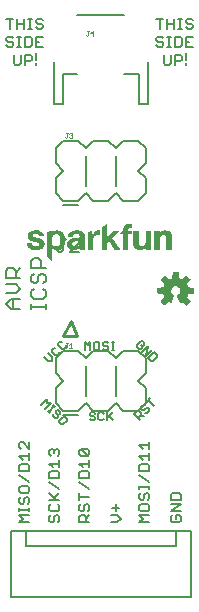
<source format=gbr>
G04 EAGLE Gerber RS-274X export*
G75*
%MOMM*%
%FSLAX34Y34*%
%LPD*%
%INSilkscreen Top*%
%IPPOS*%
%AMOC8*
5,1,8,0,0,1.08239X$1,22.5*%
G01*
%ADD10C,0.152400*%
%ADD11C,0.254000*%
%ADD12C,0.127000*%
%ADD13C,0.203200*%
%ADD14C,0.025400*%

G36*
X161720Y254146D02*
X161720Y254146D01*
X161828Y254156D01*
X161841Y254162D01*
X161855Y254164D01*
X161952Y254212D01*
X162051Y254257D01*
X162064Y254268D01*
X162073Y254272D01*
X162088Y254288D01*
X162165Y254350D01*
X164750Y256935D01*
X164813Y257024D01*
X164879Y257109D01*
X164884Y257122D01*
X164892Y257134D01*
X164923Y257237D01*
X164959Y257340D01*
X164959Y257354D01*
X164963Y257367D01*
X164959Y257475D01*
X164960Y257584D01*
X164955Y257597D01*
X164955Y257611D01*
X164917Y257713D01*
X164882Y257815D01*
X164873Y257830D01*
X164869Y257839D01*
X164855Y257856D01*
X164801Y257938D01*
X162037Y261328D01*
X162594Y262410D01*
X162600Y262430D01*
X162642Y262525D01*
X163013Y263684D01*
X167364Y264127D01*
X167468Y264155D01*
X167574Y264180D01*
X167586Y264187D01*
X167599Y264190D01*
X167689Y264251D01*
X167782Y264308D01*
X167790Y264319D01*
X167802Y264327D01*
X167868Y264413D01*
X167937Y264497D01*
X167941Y264510D01*
X167950Y264521D01*
X167984Y264624D01*
X168023Y264725D01*
X168024Y264743D01*
X168028Y264752D01*
X168028Y264774D01*
X168037Y264872D01*
X168037Y268528D01*
X168020Y268635D01*
X168006Y268743D01*
X168000Y268755D01*
X167998Y268769D01*
X167946Y268865D01*
X167899Y268962D01*
X167889Y268972D01*
X167883Y268984D01*
X167803Y269058D01*
X167727Y269135D01*
X167715Y269141D01*
X167705Y269151D01*
X167606Y269196D01*
X167509Y269244D01*
X167491Y269248D01*
X167482Y269252D01*
X167461Y269254D01*
X167364Y269273D01*
X163013Y269716D01*
X162642Y270875D01*
X162633Y270892D01*
X162631Y270900D01*
X162627Y270907D01*
X162594Y270990D01*
X162037Y272072D01*
X164801Y275462D01*
X164855Y275556D01*
X164912Y275648D01*
X164915Y275661D01*
X164922Y275673D01*
X164943Y275780D01*
X164968Y275885D01*
X164966Y275899D01*
X164969Y275913D01*
X164954Y276020D01*
X164944Y276128D01*
X164938Y276141D01*
X164936Y276155D01*
X164888Y276252D01*
X164843Y276351D01*
X164832Y276364D01*
X164828Y276373D01*
X164812Y276388D01*
X164750Y276465D01*
X162165Y279050D01*
X162076Y279113D01*
X161991Y279179D01*
X161978Y279184D01*
X161966Y279192D01*
X161863Y279223D01*
X161760Y279259D01*
X161746Y279259D01*
X161733Y279263D01*
X161625Y279259D01*
X161516Y279260D01*
X161503Y279255D01*
X161489Y279255D01*
X161387Y279217D01*
X161285Y279182D01*
X161270Y279173D01*
X161261Y279169D01*
X161244Y279155D01*
X161162Y279101D01*
X157772Y276337D01*
X156690Y276894D01*
X156670Y276900D01*
X156575Y276942D01*
X155416Y277313D01*
X154973Y281664D01*
X154945Y281768D01*
X154920Y281874D01*
X154913Y281886D01*
X154910Y281899D01*
X154849Y281989D01*
X154792Y282082D01*
X154781Y282090D01*
X154773Y282102D01*
X154687Y282168D01*
X154603Y282237D01*
X154590Y282241D01*
X154579Y282250D01*
X154476Y282284D01*
X154375Y282323D01*
X154357Y282324D01*
X154348Y282328D01*
X154326Y282328D01*
X154228Y282337D01*
X150572Y282337D01*
X150465Y282320D01*
X150357Y282306D01*
X150345Y282300D01*
X150331Y282298D01*
X150235Y282246D01*
X150138Y282199D01*
X150128Y282189D01*
X150116Y282183D01*
X150042Y282103D01*
X149965Y282027D01*
X149959Y282015D01*
X149949Y282005D01*
X149904Y281906D01*
X149856Y281809D01*
X149852Y281791D01*
X149848Y281782D01*
X149846Y281761D01*
X149827Y281664D01*
X149384Y277313D01*
X148225Y276942D01*
X148207Y276932D01*
X148110Y276894D01*
X147028Y276337D01*
X143638Y279101D01*
X143544Y279155D01*
X143452Y279212D01*
X143439Y279215D01*
X143427Y279222D01*
X143320Y279243D01*
X143215Y279268D01*
X143201Y279266D01*
X143187Y279269D01*
X143080Y279254D01*
X142972Y279244D01*
X142959Y279238D01*
X142946Y279236D01*
X142848Y279188D01*
X142749Y279143D01*
X142736Y279132D01*
X142727Y279128D01*
X142712Y279112D01*
X142635Y279050D01*
X140050Y276465D01*
X139987Y276376D01*
X139921Y276291D01*
X139916Y276278D01*
X139908Y276266D01*
X139877Y276163D01*
X139841Y276060D01*
X139841Y276046D01*
X139837Y276033D01*
X139841Y275925D01*
X139840Y275816D01*
X139845Y275803D01*
X139845Y275789D01*
X139883Y275687D01*
X139918Y275585D01*
X139927Y275570D01*
X139931Y275561D01*
X139945Y275544D01*
X139999Y275462D01*
X142763Y272072D01*
X142206Y270990D01*
X142200Y270970D01*
X142158Y270875D01*
X141787Y269716D01*
X137436Y269273D01*
X137332Y269245D01*
X137226Y269220D01*
X137214Y269213D01*
X137201Y269210D01*
X137111Y269149D01*
X137018Y269092D01*
X137010Y269081D01*
X136998Y269073D01*
X136932Y268987D01*
X136864Y268903D01*
X136859Y268890D01*
X136850Y268879D01*
X136816Y268776D01*
X136777Y268675D01*
X136776Y268657D01*
X136772Y268648D01*
X136773Y268626D01*
X136763Y268528D01*
X136763Y264872D01*
X136780Y264765D01*
X136794Y264657D01*
X136800Y264645D01*
X136802Y264631D01*
X136854Y264535D01*
X136901Y264438D01*
X136911Y264428D01*
X136917Y264416D01*
X136997Y264342D01*
X137073Y264265D01*
X137085Y264259D01*
X137096Y264249D01*
X137194Y264204D01*
X137291Y264156D01*
X137309Y264152D01*
X137318Y264148D01*
X137339Y264146D01*
X137436Y264127D01*
X141787Y263684D01*
X142158Y262525D01*
X142168Y262507D01*
X142206Y262410D01*
X142763Y261328D01*
X139999Y257938D01*
X139945Y257844D01*
X139888Y257752D01*
X139885Y257739D01*
X139878Y257727D01*
X139857Y257620D01*
X139832Y257515D01*
X139834Y257501D01*
X139831Y257487D01*
X139846Y257380D01*
X139856Y257272D01*
X139862Y257259D01*
X139864Y257246D01*
X139912Y257148D01*
X139957Y257049D01*
X139968Y257036D01*
X139972Y257027D01*
X139988Y257012D01*
X140050Y256935D01*
X142635Y254350D01*
X142724Y254287D01*
X142809Y254221D01*
X142822Y254216D01*
X142834Y254208D01*
X142937Y254177D01*
X143040Y254141D01*
X143054Y254141D01*
X143067Y254137D01*
X143175Y254141D01*
X143284Y254140D01*
X143297Y254145D01*
X143311Y254145D01*
X143413Y254183D01*
X143515Y254218D01*
X143530Y254227D01*
X143539Y254231D01*
X143556Y254245D01*
X143638Y254299D01*
X147028Y257063D01*
X148110Y256506D01*
X148163Y256489D01*
X148212Y256463D01*
X148278Y256452D01*
X148342Y256431D01*
X148398Y256432D01*
X148452Y256423D01*
X148519Y256434D01*
X148586Y256435D01*
X148638Y256453D01*
X148693Y256462D01*
X148753Y256494D01*
X148816Y256517D01*
X148859Y256551D01*
X148909Y256577D01*
X148955Y256626D01*
X149007Y256668D01*
X149038Y256715D01*
X149076Y256755D01*
X149132Y256860D01*
X149140Y256873D01*
X149141Y256878D01*
X149145Y256885D01*
X151298Y262082D01*
X151318Y262166D01*
X151323Y262178D01*
X151325Y262194D01*
X151350Y262280D01*
X151349Y262300D01*
X151354Y262320D01*
X151346Y262402D01*
X151347Y262421D01*
X151343Y262441D01*
X151339Y262524D01*
X151332Y262543D01*
X151330Y262563D01*
X151298Y262632D01*
X151292Y262659D01*
X151277Y262683D01*
X151250Y262752D01*
X151237Y262767D01*
X151229Y262785D01*
X151184Y262834D01*
X151164Y262866D01*
X151132Y262892D01*
X151093Y262938D01*
X151072Y262953D01*
X151062Y262963D01*
X151041Y262975D01*
X150978Y263019D01*
X150975Y263021D01*
X150974Y263021D01*
X150972Y263023D01*
X150088Y263518D01*
X149409Y264145D01*
X148895Y264914D01*
X148575Y265782D01*
X148467Y266699D01*
X148580Y267634D01*
X148911Y268515D01*
X149443Y269292D01*
X150144Y269921D01*
X150974Y270364D01*
X151886Y270598D01*
X152828Y270608D01*
X153744Y270394D01*
X154584Y269969D01*
X155298Y269356D01*
X155847Y268591D01*
X156198Y267717D01*
X156331Y266785D01*
X156239Y265848D01*
X155927Y264960D01*
X155412Y264172D01*
X154725Y263528D01*
X153826Y263022D01*
X153786Y262989D01*
X153744Y262967D01*
X153713Y262934D01*
X153665Y262899D01*
X153652Y262882D01*
X153636Y262869D01*
X153601Y262815D01*
X153577Y262789D01*
X153564Y262758D01*
X153522Y262701D01*
X153516Y262681D01*
X153505Y262663D01*
X153487Y262590D01*
X153477Y262567D01*
X153474Y262543D01*
X153451Y262468D01*
X153452Y262447D01*
X153447Y262426D01*
X153454Y262342D01*
X153453Y262324D01*
X153456Y262308D01*
X153459Y262224D01*
X153467Y262198D01*
X153468Y262183D01*
X153478Y262161D01*
X153502Y262082D01*
X153810Y261337D01*
X153811Y261337D01*
X154121Y260588D01*
X154431Y259839D01*
X154431Y259838D01*
X154742Y259090D01*
X154742Y259089D01*
X155052Y258340D01*
X155362Y257591D01*
X155363Y257591D01*
X155655Y256885D01*
X155684Y256838D01*
X155705Y256786D01*
X155748Y256735D01*
X155784Y256678D01*
X155827Y256643D01*
X155863Y256600D01*
X155920Y256566D01*
X155972Y256523D01*
X156024Y256504D01*
X156072Y256475D01*
X156138Y256461D01*
X156201Y256437D01*
X156256Y256435D01*
X156310Y256424D01*
X156377Y256431D01*
X156444Y256429D01*
X156498Y256445D01*
X156553Y256452D01*
X156664Y256496D01*
X156678Y256500D01*
X156682Y256503D01*
X156690Y256506D01*
X157772Y257063D01*
X161162Y254299D01*
X161256Y254245D01*
X161348Y254188D01*
X161361Y254185D01*
X161373Y254178D01*
X161480Y254157D01*
X161585Y254132D01*
X161599Y254134D01*
X161613Y254131D01*
X161720Y254146D01*
G37*
G36*
X47377Y292153D02*
X47377Y292153D01*
X47380Y292152D01*
X47422Y292173D01*
X47464Y292193D01*
X47465Y292195D01*
X47467Y292196D01*
X47474Y292218D01*
X47497Y292278D01*
X47497Y303382D01*
X47498Y303380D01*
X48018Y302664D01*
X48029Y302657D01*
X48036Y302644D01*
X48696Y302054D01*
X48708Y302050D01*
X48718Y302039D01*
X49487Y301602D01*
X49500Y301600D01*
X49512Y301591D01*
X50356Y301327D01*
X50367Y301328D01*
X50378Y301322D01*
X51595Y301167D01*
X51604Y301169D01*
X51613Y301166D01*
X52840Y301183D01*
X52848Y301186D01*
X52858Y301184D01*
X54070Y301373D01*
X54079Y301378D01*
X54090Y301378D01*
X55009Y301672D01*
X55017Y301679D01*
X55029Y301681D01*
X55885Y302127D01*
X55891Y302135D01*
X55903Y302138D01*
X56671Y302723D01*
X56676Y302732D01*
X56687Y302737D01*
X57344Y303444D01*
X57348Y303454D01*
X57358Y303461D01*
X58130Y304646D01*
X58132Y304656D01*
X58140Y304665D01*
X58696Y305965D01*
X58696Y305976D01*
X58703Y305986D01*
X59026Y307362D01*
X59024Y307373D01*
X59029Y307384D01*
X59147Y309599D01*
X59143Y309610D01*
X59146Y309622D01*
X58863Y311822D01*
X58858Y311832D01*
X58858Y311844D01*
X58184Y313957D01*
X58176Y313967D01*
X58174Y313980D01*
X57595Y315021D01*
X57584Y315029D01*
X57579Y315043D01*
X56787Y315933D01*
X56778Y315938D01*
X56771Y315948D01*
X55947Y316601D01*
X55939Y316603D01*
X55933Y316610D01*
X55031Y317151D01*
X55021Y317153D01*
X55012Y317161D01*
X53988Y317561D01*
X53975Y317561D01*
X53963Y317568D01*
X52878Y317751D01*
X52867Y317749D01*
X52855Y317753D01*
X50874Y317728D01*
X50863Y317723D01*
X50850Y317726D01*
X50368Y317624D01*
X50359Y317617D01*
X50347Y317617D01*
X49026Y317084D01*
X49019Y317077D01*
X49009Y317076D01*
X48615Y316843D01*
X48608Y316834D01*
X48596Y316829D01*
X48253Y316528D01*
X48250Y316522D01*
X48243Y316519D01*
X47354Y315554D01*
X47354Y315553D01*
X47353Y315552D01*
X47219Y315403D01*
X47243Y317320D01*
X47237Y317335D01*
X47240Y317349D01*
X47220Y317378D01*
X47206Y317412D01*
X47192Y317417D01*
X47183Y317430D01*
X47142Y317437D01*
X47115Y317448D01*
X47105Y317444D01*
X47094Y317446D01*
X43208Y316710D01*
X43174Y316688D01*
X43138Y316671D01*
X43134Y316661D01*
X43126Y316655D01*
X43120Y316626D01*
X43105Y316586D01*
X43105Y296012D01*
X43107Y296006D01*
X43105Y295999D01*
X43134Y295942D01*
X43143Y295921D01*
X43145Y295920D01*
X43146Y295918D01*
X47286Y292184D01*
X47331Y292169D01*
X47375Y292152D01*
X47377Y292153D01*
G37*
G36*
X66564Y301135D02*
X66564Y301135D01*
X66575Y301132D01*
X68193Y301373D01*
X68202Y301379D01*
X68215Y301378D01*
X69250Y301731D01*
X69259Y301738D01*
X69271Y301740D01*
X70222Y302280D01*
X70230Y302289D01*
X70242Y302294D01*
X71069Y302997D01*
X71093Y303013D01*
X71102Y303014D01*
X71110Y303012D01*
X71117Y303006D01*
X71126Y302983D01*
X71353Y301954D01*
X71355Y301951D01*
X71354Y301948D01*
X71430Y301668D01*
X71441Y301654D01*
X71445Y301635D01*
X71466Y301599D01*
X71490Y301582D01*
X71517Y301553D01*
X71554Y301534D01*
X71584Y301532D01*
X71622Y301521D01*
X71658Y301524D01*
X75692Y301524D01*
X75715Y301533D01*
X75740Y301533D01*
X75758Y301552D01*
X75783Y301562D01*
X75792Y301585D01*
X75809Y301603D01*
X75810Y301632D01*
X75818Y301654D01*
X75810Y301672D01*
X75810Y301694D01*
X75736Y301893D01*
X75387Y303188D01*
X75285Y304525D01*
X75310Y308863D01*
X75309Y308866D01*
X75310Y308868D01*
X75290Y308911D01*
X75277Y308944D01*
X75285Y308966D01*
X75285Y313792D01*
X75282Y313799D01*
X75284Y313808D01*
X75193Y314543D01*
X75186Y314556D01*
X75186Y314573D01*
X74919Y315264D01*
X74908Y315274D01*
X74904Y315291D01*
X74477Y315896D01*
X74464Y315904D01*
X74456Y315919D01*
X73894Y316402D01*
X73881Y316406D01*
X73871Y316417D01*
X72568Y317111D01*
X72556Y317112D01*
X72545Y317120D01*
X71131Y317545D01*
X71121Y317544D01*
X71112Y317549D01*
X69373Y317779D01*
X69365Y317777D01*
X69357Y317780D01*
X67603Y317788D01*
X67596Y317785D01*
X67587Y317788D01*
X65847Y317574D01*
X65839Y317570D01*
X65829Y317571D01*
X64600Y317237D01*
X64592Y317230D01*
X64581Y317230D01*
X63423Y316701D01*
X63415Y316692D01*
X63402Y316689D01*
X62585Y316115D01*
X62578Y316104D01*
X62565Y316098D01*
X61882Y315368D01*
X61879Y315359D01*
X61877Y315359D01*
X61875Y315354D01*
X61866Y315347D01*
X61347Y314494D01*
X61345Y314481D01*
X61335Y314470D01*
X61001Y313529D01*
X61002Y313516D01*
X60995Y313503D01*
X60873Y312612D01*
X60870Y312610D01*
X60869Y312610D01*
X60850Y312561D01*
X60834Y312518D01*
X60836Y312513D01*
X60869Y312435D01*
X60894Y312409D01*
X60934Y312391D01*
X60972Y312370D01*
X60978Y312372D01*
X60985Y312370D01*
X61025Y312387D01*
X61055Y312396D01*
X65202Y312396D01*
X65204Y312397D01*
X65206Y312396D01*
X65249Y312416D01*
X65293Y312434D01*
X65293Y312436D01*
X65295Y312437D01*
X65328Y312522D01*
X65328Y312565D01*
X65391Y313096D01*
X65575Y313591D01*
X65870Y314029D01*
X66260Y314385D01*
X66724Y314640D01*
X67285Y314805D01*
X67872Y314859D01*
X69227Y314809D01*
X69596Y314748D01*
X69942Y314620D01*
X70256Y314427D01*
X70509Y314193D01*
X70708Y313914D01*
X70847Y313600D01*
X70958Y313079D01*
X70958Y312548D01*
X70847Y312027D01*
X70805Y311930D01*
X70745Y311843D01*
X70461Y311582D01*
X70033Y311336D01*
X69564Y311171D01*
X68258Y310945D01*
X66052Y310717D01*
X66048Y310714D01*
X66043Y310715D01*
X64506Y310437D01*
X64498Y310433D01*
X64489Y310433D01*
X63004Y309949D01*
X62996Y309942D01*
X62984Y309941D01*
X62288Y309575D01*
X62280Y309565D01*
X62267Y309561D01*
X61657Y309063D01*
X61651Y309052D01*
X61641Y309046D01*
X61640Y309046D01*
X61639Y309045D01*
X61141Y308436D01*
X61137Y308423D01*
X61126Y308412D01*
X60697Y307550D01*
X60696Y307535D01*
X60687Y307521D01*
X60481Y306580D01*
X60483Y306567D01*
X60478Y306553D01*
X60475Y305492D01*
X60480Y305482D01*
X60477Y305469D01*
X60666Y304425D01*
X60672Y304416D01*
X60672Y304403D01*
X61045Y303410D01*
X61053Y303401D01*
X61055Y303389D01*
X61347Y302906D01*
X61356Y302899D01*
X61361Y302887D01*
X61738Y302467D01*
X61749Y302462D01*
X61756Y302451D01*
X62204Y302109D01*
X62217Y302105D01*
X62227Y302095D01*
X63496Y301489D01*
X63509Y301489D01*
X63522Y301480D01*
X64894Y301172D01*
X64906Y301174D01*
X64919Y301169D01*
X66554Y301131D01*
X66564Y301135D01*
G37*
G36*
X93931Y301398D02*
X93931Y301398D01*
X93933Y301397D01*
X93976Y301417D01*
X94020Y301435D01*
X94020Y301437D01*
X94022Y301438D01*
X94055Y301523D01*
X94055Y306931D01*
X95710Y308538D01*
X99943Y301560D01*
X99958Y301549D01*
X99966Y301532D01*
X100000Y301519D01*
X100023Y301502D01*
X100036Y301504D01*
X100050Y301499D01*
X105130Y301474D01*
X105166Y301489D01*
X105204Y301497D01*
X105210Y301507D01*
X105221Y301512D01*
X105236Y301548D01*
X105256Y301581D01*
X105253Y301593D01*
X105257Y301603D01*
X105245Y301631D01*
X105236Y301670D01*
X98639Y311565D01*
X104330Y317131D01*
X104331Y317132D01*
X104333Y317133D01*
X104350Y317178D01*
X104368Y317222D01*
X104368Y317223D01*
X104368Y317225D01*
X104348Y317268D01*
X104329Y317312D01*
X104328Y317313D01*
X104327Y317314D01*
X104242Y317347D01*
X99568Y317347D01*
X99565Y317346D01*
X99562Y317347D01*
X99479Y317310D01*
X94004Y311836D01*
X94004Y323266D01*
X93991Y323298D01*
X93986Y323332D01*
X93972Y323342D01*
X93966Y323357D01*
X93934Y323369D01*
X93905Y323389D01*
X93888Y323387D01*
X93874Y323392D01*
X93849Y323381D01*
X93815Y323376D01*
X89675Y321014D01*
X89663Y320997D01*
X89645Y320989D01*
X89632Y320957D01*
X89616Y320935D01*
X89618Y320920D01*
X89612Y320904D01*
X89612Y301574D01*
X89613Y301571D01*
X89612Y301568D01*
X89649Y301485D01*
X89700Y301434D01*
X89703Y301433D01*
X89704Y301430D01*
X89789Y301397D01*
X93929Y301397D01*
X93931Y301398D01*
G37*
G36*
X122858Y301123D02*
X122858Y301123D01*
X122865Y301126D01*
X122874Y301125D01*
X124352Y301348D01*
X124360Y301353D01*
X124370Y301352D01*
X124632Y301433D01*
X124640Y301439D01*
X124652Y301441D01*
X124897Y301563D01*
X124904Y301570D01*
X124914Y301573D01*
X125844Y302232D01*
X125849Y302240D01*
X125858Y302243D01*
X126685Y303028D01*
X126688Y303036D01*
X126697Y303041D01*
X127204Y303682D01*
X127204Y301625D01*
X127205Y301623D01*
X127204Y301621D01*
X127224Y301578D01*
X127242Y301534D01*
X127244Y301534D01*
X127245Y301532D01*
X127330Y301499D01*
X131343Y301499D01*
X131345Y301500D01*
X131347Y301499D01*
X131390Y301519D01*
X131434Y301537D01*
X131434Y301539D01*
X131436Y301540D01*
X131469Y301625D01*
X131469Y317246D01*
X131468Y317248D01*
X131469Y317250D01*
X131449Y317293D01*
X131431Y317337D01*
X131429Y317337D01*
X131428Y317339D01*
X131343Y317372D01*
X127127Y317372D01*
X127125Y317371D01*
X127123Y317372D01*
X127080Y317352D01*
X127036Y317334D01*
X127036Y317332D01*
X127034Y317331D01*
X127001Y317246D01*
X127001Y308944D01*
X126925Y307714D01*
X126700Y306510D01*
X126491Y305960D01*
X126164Y305475D01*
X125733Y305078D01*
X125223Y304790D01*
X124532Y304578D01*
X123811Y304511D01*
X123092Y304591D01*
X122403Y304814D01*
X122008Y305039D01*
X121667Y305340D01*
X121395Y305702D01*
X121052Y306470D01*
X120903Y307300D01*
X120903Y317297D01*
X120902Y317299D01*
X120903Y317301D01*
X120883Y317344D01*
X120865Y317388D01*
X120863Y317388D01*
X120862Y317390D01*
X120777Y317423D01*
X116637Y317423D01*
X116635Y317422D01*
X116633Y317423D01*
X116590Y317403D01*
X116546Y317385D01*
X116546Y317383D01*
X116544Y317382D01*
X116511Y317297D01*
X116511Y306502D01*
X116513Y306497D01*
X116511Y306490D01*
X116612Y305391D01*
X116617Y305382D01*
X116617Y305381D01*
X116618Y305379D01*
X116616Y305368D01*
X116916Y304305D01*
X116923Y304296D01*
X116924Y304283D01*
X117412Y303293D01*
X117421Y303285D01*
X117425Y303273D01*
X118085Y302388D01*
X118095Y302381D01*
X118102Y302369D01*
X118356Y302141D01*
X118364Y302138D01*
X118365Y302136D01*
X118370Y302134D01*
X118376Y302126D01*
X119278Y301600D01*
X119290Y301599D01*
X119300Y301590D01*
X120286Y301247D01*
X120298Y301248D01*
X120310Y301241D01*
X121343Y301094D01*
X121353Y301097D01*
X121364Y301093D01*
X122858Y301123D01*
G37*
G36*
X138051Y301424D02*
X138051Y301424D01*
X138053Y301423D01*
X138096Y301443D01*
X138140Y301461D01*
X138140Y301463D01*
X138142Y301464D01*
X138175Y301549D01*
X138175Y310915D01*
X138256Y311698D01*
X138472Y312448D01*
X138835Y313127D01*
X139352Y313696D01*
X139809Y314010D01*
X140325Y314214D01*
X140881Y314301D01*
X141986Y314351D01*
X142302Y314334D01*
X142602Y314257D01*
X143037Y314040D01*
X143411Y313731D01*
X143707Y313344D01*
X144017Y312702D01*
X144208Y312014D01*
X144273Y311296D01*
X144273Y301650D01*
X144274Y301648D01*
X144273Y301646D01*
X144293Y301603D01*
X144311Y301559D01*
X144313Y301559D01*
X144314Y301557D01*
X144399Y301524D01*
X148488Y301524D01*
X148490Y301525D01*
X148492Y301524D01*
X148535Y301544D01*
X148579Y301562D01*
X148579Y301564D01*
X148581Y301565D01*
X148614Y301650D01*
X148614Y312191D01*
X148612Y312196D01*
X148614Y312201D01*
X148524Y313330D01*
X148520Y313338D01*
X148521Y313347D01*
X148281Y314454D01*
X148276Y314462D01*
X148276Y314472D01*
X148007Y315177D01*
X147999Y315185D01*
X147997Y315197D01*
X147613Y315846D01*
X147604Y315852D01*
X147600Y315864D01*
X147111Y316439D01*
X147100Y316444D01*
X147093Y316456D01*
X146308Y317074D01*
X146295Y317077D01*
X146284Y317089D01*
X145379Y317511D01*
X145365Y317512D01*
X145351Y317520D01*
X144374Y317726D01*
X144363Y317723D01*
X144351Y317728D01*
X142345Y317778D01*
X142335Y317774D01*
X142324Y317777D01*
X141272Y317622D01*
X141261Y317615D01*
X141247Y317615D01*
X140250Y317246D01*
X140240Y317237D01*
X140226Y317234D01*
X139328Y316667D01*
X139321Y316658D01*
X139310Y316654D01*
X138849Y316238D01*
X138846Y316230D01*
X138838Y316226D01*
X138436Y315753D01*
X138434Y315748D01*
X138430Y315746D01*
X138153Y315368D01*
X138039Y315232D01*
X137997Y315203D01*
X137997Y317271D01*
X137996Y317273D01*
X137997Y317275D01*
X137977Y317318D01*
X137959Y317362D01*
X137957Y317362D01*
X137956Y317364D01*
X137871Y317397D01*
X133833Y317397D01*
X133831Y317396D01*
X133829Y317397D01*
X133786Y317377D01*
X133742Y317359D01*
X133742Y317357D01*
X133740Y317356D01*
X133707Y317271D01*
X133707Y301549D01*
X133708Y301547D01*
X133707Y301545D01*
X133727Y301502D01*
X133745Y301458D01*
X133747Y301458D01*
X133748Y301456D01*
X133833Y301423D01*
X138049Y301423D01*
X138051Y301424D01*
G37*
G36*
X35469Y301190D02*
X35469Y301190D01*
X35475Y301192D01*
X35482Y301191D01*
X36796Y301373D01*
X36804Y301377D01*
X36813Y301377D01*
X37813Y301659D01*
X37822Y301666D01*
X37834Y301667D01*
X38769Y302118D01*
X38776Y302126D01*
X38788Y302129D01*
X39632Y302735D01*
X39637Y302745D01*
X39648Y302750D01*
X40374Y303493D01*
X40378Y303503D01*
X40389Y303511D01*
X40768Y304075D01*
X40770Y304086D01*
X40779Y304096D01*
X41045Y304721D01*
X41045Y304733D01*
X41053Y304744D01*
X41195Y305408D01*
X41194Y305417D01*
X41198Y305426D01*
X41274Y306467D01*
X41271Y306476D01*
X41274Y306487D01*
X41180Y307542D01*
X41173Y307555D01*
X41173Y307571D01*
X40836Y308574D01*
X40827Y308585D01*
X40824Y308600D01*
X40572Y309012D01*
X40562Y309019D01*
X40556Y309033D01*
X40224Y309383D01*
X40213Y309387D01*
X40207Y309398D01*
X39515Y309906D01*
X39507Y309908D01*
X39500Y309916D01*
X38744Y310321D01*
X38735Y310322D01*
X38728Y310328D01*
X37072Y310938D01*
X37064Y310938D01*
X37056Y310943D01*
X35333Y311324D01*
X35332Y311324D01*
X35331Y311325D01*
X33308Y311729D01*
X32556Y312001D01*
X31881Y312417D01*
X31598Y312710D01*
X31414Y313071D01*
X31349Y313440D01*
X31397Y313812D01*
X31552Y314154D01*
X31785Y314422D01*
X32086Y314617D01*
X32510Y314774D01*
X32959Y314859D01*
X33808Y314903D01*
X34655Y314859D01*
X35151Y314761D01*
X35618Y314572D01*
X36041Y314301D01*
X36316Y314037D01*
X36534Y313724D01*
X36684Y313372D01*
X36739Y313129D01*
X36755Y312869D01*
X36776Y312827D01*
X36796Y312784D01*
X36798Y312783D01*
X36799Y312781D01*
X36818Y312775D01*
X36881Y312751D01*
X40767Y312751D01*
X40776Y312754D01*
X40784Y312752D01*
X40820Y312773D01*
X40858Y312789D01*
X40861Y312798D01*
X40869Y312803D01*
X40883Y312854D01*
X40893Y312881D01*
X40891Y312885D01*
X40892Y312888D01*
X40892Y312889D01*
X40893Y312890D01*
X40817Y313601D01*
X40811Y313611D01*
X40813Y313622D01*
X40808Y313628D01*
X40808Y313635D01*
X40816Y313648D01*
X40810Y313672D01*
X40813Y313681D01*
X40809Y313689D01*
X40810Y313708D01*
X40607Y314266D01*
X40603Y314270D01*
X40603Y314275D01*
X40247Y315063D01*
X40240Y315069D01*
X40238Y315080D01*
X39952Y315522D01*
X39944Y315527D01*
X39940Y315537D01*
X39592Y315933D01*
X39582Y315937D01*
X39575Y315948D01*
X38616Y316705D01*
X38603Y316709D01*
X38593Y316719D01*
X37496Y317257D01*
X37484Y317258D01*
X37473Y317266D01*
X36122Y317634D01*
X36112Y317633D01*
X36102Y317638D01*
X34709Y317778D01*
X34703Y317776D01*
X34696Y317778D01*
X32893Y317778D01*
X32887Y317776D01*
X32879Y317778D01*
X31450Y317623D01*
X31440Y317617D01*
X31427Y317618D01*
X30049Y317207D01*
X30040Y317200D01*
X30028Y317199D01*
X28747Y316545D01*
X28739Y316536D01*
X28727Y316533D01*
X28251Y316164D01*
X28245Y316153D01*
X28233Y316147D01*
X27839Y315692D01*
X27835Y315681D01*
X27824Y315672D01*
X27525Y315150D01*
X27524Y315137D01*
X27515Y315127D01*
X27157Y314043D01*
X27158Y314031D01*
X27152Y314018D01*
X27023Y312884D01*
X27026Y312872D01*
X27023Y312858D01*
X27128Y311722D01*
X27134Y311711D01*
X27133Y311697D01*
X27285Y311208D01*
X27293Y311198D01*
X27295Y311184D01*
X27544Y310737D01*
X27555Y310729D01*
X27559Y310715D01*
X27896Y310330D01*
X27906Y310325D01*
X27912Y310314D01*
X28589Y309777D01*
X28598Y309774D01*
X28605Y309766D01*
X29356Y309339D01*
X29365Y309338D01*
X29373Y309331D01*
X30181Y309025D01*
X30189Y309025D01*
X30197Y309020D01*
X33828Y308157D01*
X35002Y307851D01*
X36109Y307381D01*
X36445Y307150D01*
X36711Y306846D01*
X36891Y306484D01*
X36976Y306089D01*
X36959Y305685D01*
X36842Y305300D01*
X36634Y304955D01*
X36346Y304671D01*
X35833Y304359D01*
X35266Y304162D01*
X34663Y304088D01*
X33333Y304088D01*
X32771Y304161D01*
X32184Y304378D01*
X31657Y304715D01*
X31215Y305158D01*
X30960Y305572D01*
X30813Y306034D01*
X30784Y306531D01*
X30784Y306578D01*
X30783Y306580D01*
X30784Y306582D01*
X30764Y306625D01*
X30746Y306669D01*
X30744Y306669D01*
X30743Y306671D01*
X30658Y306704D01*
X26797Y306704D01*
X26791Y306702D01*
X26784Y306704D01*
X26772Y306697D01*
X26758Y306698D01*
X26756Y306697D01*
X26755Y306697D01*
X26733Y306677D01*
X26706Y306666D01*
X26704Y306659D01*
X26698Y306656D01*
X26693Y306642D01*
X26683Y306633D01*
X26683Y306632D01*
X26682Y306630D01*
X26681Y306603D01*
X26679Y306596D01*
X26671Y306574D01*
X26672Y306572D01*
X26671Y306569D01*
X26696Y306213D01*
X26699Y306207D01*
X26698Y306200D01*
X26800Y305616D01*
X26805Y305608D01*
X26804Y305597D01*
X27236Y304327D01*
X27243Y304320D01*
X27244Y304310D01*
X27553Y303714D01*
X27563Y303707D01*
X27567Y303694D01*
X27987Y303170D01*
X27998Y303165D01*
X28004Y303153D01*
X28519Y302722D01*
X28527Y302720D01*
X28532Y302713D01*
X29726Y301951D01*
X29734Y301949D01*
X29741Y301942D01*
X30598Y301545D01*
X30611Y301544D01*
X30623Y301536D01*
X31544Y301324D01*
X31553Y301326D01*
X31563Y301321D01*
X34129Y301143D01*
X34136Y301145D01*
X34142Y301143D01*
X35469Y301190D01*
G37*
G36*
X112168Y301424D02*
X112168Y301424D01*
X112170Y301423D01*
X112213Y301443D01*
X112257Y301461D01*
X112257Y301463D01*
X112259Y301464D01*
X112292Y301549D01*
X112292Y314453D01*
X115164Y314453D01*
X115166Y314454D01*
X115168Y314453D01*
X115211Y314473D01*
X115255Y314491D01*
X115255Y314493D01*
X115257Y314494D01*
X115290Y314579D01*
X115290Y317246D01*
X115289Y317248D01*
X115290Y317250D01*
X115270Y317293D01*
X115252Y317337D01*
X115250Y317337D01*
X115249Y317339D01*
X115164Y317372D01*
X112318Y317372D01*
X112318Y318634D01*
X112381Y319096D01*
X112556Y319519D01*
X112738Y319751D01*
X112978Y319921D01*
X113260Y320018D01*
X114160Y320101D01*
X115075Y320016D01*
X115355Y319990D01*
X115361Y319992D01*
X115367Y319990D01*
X115443Y319990D01*
X115445Y319991D01*
X115447Y319990D01*
X115490Y320010D01*
X115534Y320028D01*
X115534Y320030D01*
X115536Y320031D01*
X115569Y320116D01*
X115569Y323139D01*
X115569Y323140D01*
X115569Y323142D01*
X115569Y323143D01*
X115549Y323186D01*
X115531Y323230D01*
X115529Y323230D01*
X115528Y323232D01*
X115443Y323265D01*
X115421Y323265D01*
X114104Y323341D01*
X114101Y323340D01*
X114097Y323341D01*
X112547Y323341D01*
X112537Y323337D01*
X112526Y323339D01*
X111513Y323165D01*
X111503Y323158D01*
X111489Y323158D01*
X110531Y322789D01*
X110522Y322781D01*
X110509Y322778D01*
X109641Y322228D01*
X109635Y322218D01*
X109628Y322216D01*
X109628Y322215D01*
X109622Y322213D01*
X108879Y321503D01*
X108874Y321493D01*
X108863Y321485D01*
X108523Y321008D01*
X108521Y320997D01*
X108512Y320988D01*
X108263Y320457D01*
X108263Y320446D01*
X108255Y320436D01*
X108107Y319869D01*
X108108Y319858D01*
X108103Y319847D01*
X107926Y317713D01*
X107928Y317709D01*
X107926Y317705D01*
X107926Y317703D01*
X107926Y317372D01*
X106680Y317372D01*
X106677Y317371D01*
X106674Y317372D01*
X106591Y317335D01*
X103924Y314668D01*
X103923Y314668D01*
X103923Y314667D01*
X103905Y314622D01*
X103887Y314577D01*
X103887Y314576D01*
X103907Y314531D01*
X103927Y314487D01*
X103928Y314486D01*
X104012Y314453D01*
X107875Y314429D01*
X107875Y301549D01*
X107876Y301547D01*
X107875Y301545D01*
X107895Y301502D01*
X107913Y301458D01*
X107915Y301458D01*
X107916Y301456D01*
X108001Y301423D01*
X112166Y301423D01*
X112168Y301424D01*
G37*
G36*
X82044Y301525D02*
X82044Y301525D01*
X82046Y301524D01*
X82089Y301544D01*
X82133Y301562D01*
X82133Y301564D01*
X82135Y301565D01*
X82168Y301650D01*
X82168Y309469D01*
X82241Y310315D01*
X82441Y311134D01*
X82802Y311927D01*
X83327Y312619D01*
X83994Y313179D01*
X84473Y313443D01*
X84991Y313624D01*
X85533Y313716D01*
X87058Y313716D01*
X87655Y313591D01*
X87658Y313592D01*
X87661Y313590D01*
X87813Y313565D01*
X87822Y313568D01*
X87833Y313564D01*
X87859Y313564D01*
X87861Y313565D01*
X87863Y313564D01*
X87906Y313584D01*
X87950Y313602D01*
X87950Y313604D01*
X87952Y313605D01*
X87985Y313690D01*
X87985Y317551D01*
X87967Y317595D01*
X87949Y317640D01*
X87947Y317640D01*
X87947Y317642D01*
X87930Y317648D01*
X87866Y317677D01*
X86494Y317753D01*
X86484Y317749D01*
X86472Y317752D01*
X85771Y317668D01*
X85761Y317662D01*
X85747Y317663D01*
X85077Y317440D01*
X85068Y317431D01*
X85054Y317429D01*
X84443Y317076D01*
X84441Y317073D01*
X84437Y317072D01*
X83548Y316487D01*
X83545Y316484D01*
X83540Y316482D01*
X83146Y316180D01*
X83139Y316168D01*
X83125Y316160D01*
X82809Y315777D01*
X82807Y315771D01*
X82801Y315766D01*
X82115Y314724D01*
X81936Y314456D01*
X81889Y314441D01*
X81889Y317221D01*
X81884Y317234D01*
X81887Y317247D01*
X81865Y317277D01*
X81851Y317312D01*
X81838Y317317D01*
X81830Y317328D01*
X81787Y317336D01*
X81759Y317347D01*
X81751Y317343D01*
X81741Y317345D01*
X77880Y316659D01*
X77846Y316637D01*
X77809Y316620D01*
X77805Y316611D01*
X77797Y316606D01*
X77792Y316576D01*
X77776Y316535D01*
X77750Y301650D01*
X77751Y301648D01*
X77750Y301646D01*
X77770Y301603D01*
X77788Y301559D01*
X77790Y301559D01*
X77791Y301557D01*
X77876Y301524D01*
X82042Y301524D01*
X82044Y301525D01*
G37*
%LPC*%
G36*
X50535Y304418D02*
X50535Y304418D01*
X49813Y304570D01*
X49135Y304860D01*
X48626Y305223D01*
X48214Y305692D01*
X47915Y306256D01*
X47909Y306260D01*
X47908Y306267D01*
X47857Y306343D01*
X47856Y306344D01*
X47856Y306345D01*
X47814Y306405D01*
X47802Y306464D01*
X47802Y306502D01*
X47802Y306503D01*
X47802Y306504D01*
X47783Y306548D01*
X47764Y306593D01*
X47763Y306593D01*
X47762Y306594D01*
X47717Y306611D01*
X47695Y306619D01*
X47695Y306624D01*
X47704Y306659D01*
X47699Y306696D01*
X47693Y306707D01*
X47694Y306720D01*
X47469Y307395D01*
X47345Y308164D01*
X47319Y310710D01*
X47429Y311525D01*
X47696Y312299D01*
X48109Y313006D01*
X48707Y313686D01*
X49419Y314242D01*
X49757Y314404D01*
X50129Y314478D01*
X51204Y314529D01*
X51771Y314483D01*
X52313Y314327D01*
X52813Y314067D01*
X53572Y313437D01*
X54169Y312651D01*
X54572Y311752D01*
X54763Y310782D01*
X54766Y308811D01*
X54462Y306864D01*
X54173Y306103D01*
X53701Y305445D01*
X53075Y304929D01*
X52336Y304591D01*
X51445Y304412D01*
X50535Y304418D01*
G37*
%LPD*%
%LPC*%
G36*
X66461Y304113D02*
X66461Y304113D01*
X66000Y304210D01*
X65579Y304413D01*
X65217Y304710D01*
X65026Y304960D01*
X64891Y305245D01*
X64820Y305553D01*
X64815Y305806D01*
X64813Y305932D01*
X64811Y306058D01*
X64811Y306059D01*
X64809Y306138D01*
X64916Y306713D01*
X65136Y307255D01*
X65340Y307553D01*
X65608Y307797D01*
X66082Y308081D01*
X66600Y308278D01*
X67150Y308383D01*
X68593Y308535D01*
X68597Y308537D01*
X68601Y308537D01*
X69593Y308706D01*
X69599Y308710D01*
X69608Y308709D01*
X70572Y308997D01*
X70581Y309004D01*
X70594Y309006D01*
X70801Y309113D01*
X70811Y309125D01*
X70827Y309131D01*
X70969Y309258D01*
X70969Y308966D01*
X70970Y308964D01*
X70969Y308962D01*
X70989Y308919D01*
X70989Y308917D01*
X70969Y308864D01*
X70969Y308030D01*
X70899Y306941D01*
X70692Y305871D01*
X70645Y305706D01*
X70538Y305457D01*
X70388Y305238D01*
X69644Y304519D01*
X69353Y304334D01*
X69031Y304212D01*
X67989Y304063D01*
X66461Y304113D01*
G37*
%LPD*%
D10*
X97275Y70612D02*
X103037Y70612D01*
X105918Y73493D01*
X103037Y76374D01*
X97275Y76374D01*
X101596Y79967D02*
X101596Y85729D01*
X98715Y82848D02*
X104477Y82848D01*
X148075Y74934D02*
X149515Y76374D01*
X148075Y74934D02*
X148075Y72053D01*
X149515Y70612D01*
X155277Y70612D01*
X156718Y72053D01*
X156718Y74934D01*
X155277Y76374D01*
X152396Y76374D01*
X152396Y73493D01*
X148075Y79967D02*
X156718Y79967D01*
X156718Y85729D02*
X148075Y79967D01*
X148075Y85729D02*
X156718Y85729D01*
X156718Y89322D02*
X148075Y89322D01*
X156718Y89322D02*
X156718Y93644D01*
X155277Y95085D01*
X149515Y95085D01*
X148075Y93644D01*
X148075Y89322D01*
X28448Y70612D02*
X19805Y70612D01*
X22686Y73493D01*
X19805Y76374D01*
X28448Y76374D01*
X28448Y79967D02*
X28448Y82848D01*
X28448Y81408D02*
X19805Y81408D01*
X19805Y82848D02*
X19805Y79967D01*
X19805Y90526D02*
X21245Y91966D01*
X19805Y90526D02*
X19805Y87645D01*
X21245Y86204D01*
X22686Y86204D01*
X24126Y87645D01*
X24126Y90526D01*
X25567Y91966D01*
X27007Y91966D01*
X28448Y90526D01*
X28448Y87645D01*
X27007Y86204D01*
X19805Y97000D02*
X19805Y99881D01*
X19805Y97000D02*
X21245Y95559D01*
X27007Y95559D01*
X28448Y97000D01*
X28448Y99881D01*
X27007Y101321D01*
X21245Y101321D01*
X19805Y99881D01*
X28448Y104914D02*
X19805Y110677D01*
X19805Y114270D02*
X28448Y114270D01*
X28448Y118591D01*
X27007Y120032D01*
X21245Y120032D01*
X19805Y118591D01*
X19805Y114270D01*
X22686Y123625D02*
X19805Y126506D01*
X28448Y126506D01*
X28448Y123625D02*
X28448Y129387D01*
X28448Y132980D02*
X28448Y138742D01*
X28448Y132980D02*
X22686Y138742D01*
X21245Y138742D01*
X19805Y137302D01*
X19805Y134420D01*
X21245Y132980D01*
X121405Y70612D02*
X130048Y70612D01*
X124286Y73493D02*
X121405Y70612D01*
X124286Y73493D02*
X121405Y76374D01*
X130048Y76374D01*
X121405Y81408D02*
X121405Y84289D01*
X121405Y81408D02*
X122845Y79967D01*
X128607Y79967D01*
X130048Y81408D01*
X130048Y84289D01*
X128607Y85729D01*
X122845Y85729D01*
X121405Y84289D01*
X121405Y93644D02*
X122845Y95085D01*
X121405Y93644D02*
X121405Y90763D01*
X122845Y89322D01*
X124286Y89322D01*
X125726Y90763D01*
X125726Y93644D01*
X127167Y95085D01*
X128607Y95085D01*
X130048Y93644D01*
X130048Y90763D01*
X128607Y89322D01*
X130048Y98678D02*
X130048Y101559D01*
X130048Y100118D02*
X121405Y100118D01*
X121405Y98678D02*
X121405Y101559D01*
X121405Y110677D02*
X130048Y104914D01*
X130048Y114270D02*
X121405Y114270D01*
X130048Y114270D02*
X130048Y118591D01*
X128607Y120032D01*
X122845Y120032D01*
X121405Y118591D01*
X121405Y114270D01*
X124286Y123625D02*
X121405Y126506D01*
X130048Y126506D01*
X130048Y123625D02*
X130048Y129387D01*
X124286Y132980D02*
X121405Y135861D01*
X130048Y135861D01*
X130048Y132980D02*
X130048Y138742D01*
X46645Y76374D02*
X45205Y74934D01*
X45205Y72053D01*
X46645Y70612D01*
X48086Y70612D01*
X49526Y72053D01*
X49526Y74934D01*
X50967Y76374D01*
X52407Y76374D01*
X53848Y74934D01*
X53848Y72053D01*
X52407Y70612D01*
X45205Y84289D02*
X46645Y85729D01*
X45205Y84289D02*
X45205Y81408D01*
X46645Y79967D01*
X52407Y79967D01*
X53848Y81408D01*
X53848Y84289D01*
X52407Y85729D01*
X53848Y89322D02*
X45205Y89322D01*
X50967Y89322D02*
X45205Y95085D01*
X49526Y90763D02*
X53848Y95085D01*
X53848Y98678D02*
X45205Y104440D01*
X45205Y108033D02*
X53848Y108033D01*
X53848Y112354D01*
X52407Y113795D01*
X46645Y113795D01*
X45205Y112354D01*
X45205Y108033D01*
X48086Y117388D02*
X45205Y120269D01*
X53848Y120269D01*
X53848Y117388D02*
X53848Y123150D01*
X46645Y126743D02*
X45205Y128184D01*
X45205Y131065D01*
X46645Y132505D01*
X48086Y132505D01*
X49526Y131065D01*
X49526Y129624D01*
X49526Y131065D02*
X50967Y132505D01*
X52407Y132505D01*
X53848Y131065D01*
X53848Y128184D01*
X52407Y126743D01*
X70605Y70612D02*
X79248Y70612D01*
X70605Y70612D02*
X70605Y74934D01*
X72045Y76374D01*
X74926Y76374D01*
X76367Y74934D01*
X76367Y70612D01*
X76367Y73493D02*
X79248Y76374D01*
X70605Y84289D02*
X72045Y85729D01*
X70605Y84289D02*
X70605Y81408D01*
X72045Y79967D01*
X73486Y79967D01*
X74926Y81408D01*
X74926Y84289D01*
X76367Y85729D01*
X77807Y85729D01*
X79248Y84289D01*
X79248Y81408D01*
X77807Y79967D01*
X79248Y92204D02*
X70605Y92204D01*
X70605Y95085D02*
X70605Y89322D01*
X79248Y98678D02*
X70605Y104440D01*
X70605Y108033D02*
X79248Y108033D01*
X79248Y112354D01*
X77807Y113795D01*
X72045Y113795D01*
X70605Y112354D01*
X70605Y108033D01*
X73486Y117388D02*
X70605Y120269D01*
X79248Y120269D01*
X79248Y117388D02*
X79248Y123150D01*
X77807Y126743D02*
X72045Y126743D01*
X70605Y128184D01*
X70605Y131065D01*
X72045Y132505D01*
X77807Y132505D01*
X79248Y131065D01*
X79248Y128184D01*
X77807Y126743D01*
X72045Y132505D01*
D11*
X57150Y228600D02*
X63500Y241300D01*
X68580Y228600D02*
X57150Y228600D01*
X68580Y228600D02*
X63500Y241300D01*
D12*
X125916Y222509D02*
X125916Y220891D01*
X125916Y222509D02*
X124298Y224126D01*
X122681Y224126D01*
X119445Y220891D01*
X119445Y219273D01*
X121063Y217655D01*
X122681Y217655D01*
X124298Y219273D01*
X122681Y220891D01*
X123928Y214790D02*
X128782Y219643D01*
X127164Y211554D01*
X132017Y216408D01*
X134074Y214351D02*
X129220Y209498D01*
X131647Y207071D01*
X133265Y207071D01*
X136500Y210307D01*
X136500Y211924D01*
X134074Y214351D01*
X117066Y161961D02*
X121920Y157108D01*
X117066Y161961D02*
X119493Y164388D01*
X121111Y164388D01*
X122729Y162770D01*
X122729Y161153D01*
X120302Y158726D01*
X121920Y160344D02*
X125156Y160344D01*
X124785Y169680D02*
X126403Y169680D01*
X124785Y169680D02*
X123168Y168062D01*
X123168Y166445D01*
X123976Y165636D01*
X125594Y165636D01*
X127212Y167254D01*
X128830Y167254D01*
X129639Y166445D01*
X129639Y164827D01*
X128021Y163209D01*
X126403Y163209D01*
X134122Y169310D02*
X129269Y174163D01*
X127651Y172546D02*
X130886Y175781D01*
X44474Y207358D02*
X41238Y210593D01*
X44474Y207358D02*
X47710Y207358D01*
X47710Y210593D01*
X44474Y213829D01*
X48957Y218312D02*
X50575Y218312D01*
X48957Y218312D02*
X47339Y216694D01*
X47339Y215077D01*
X50575Y211841D01*
X52193Y211841D01*
X53811Y213459D01*
X53811Y215077D01*
X54249Y223604D02*
X55867Y223604D01*
X54249Y223604D02*
X52632Y221987D01*
X52632Y220369D01*
X55867Y217133D01*
X57485Y217133D01*
X59103Y218751D01*
X59103Y220369D01*
X43479Y174879D02*
X38626Y170026D01*
X43479Y171644D02*
X43479Y174879D01*
X43479Y171644D02*
X46715Y171644D01*
X41862Y166790D01*
X43918Y164734D02*
X45536Y163116D01*
X44727Y163925D02*
X49580Y168778D01*
X48772Y169587D02*
X50389Y167969D01*
X54726Y163632D02*
X54726Y162015D01*
X54726Y163632D02*
X53109Y165250D01*
X51491Y165250D01*
X50682Y164441D01*
X50682Y162823D01*
X52300Y161206D01*
X52300Y159588D01*
X51491Y158779D01*
X49873Y158779D01*
X48255Y160397D01*
X48255Y162015D01*
X58401Y159958D02*
X60018Y158340D01*
X58401Y159958D02*
X56783Y159958D01*
X53547Y156722D01*
X53547Y155105D01*
X55165Y153487D01*
X56783Y153487D01*
X60018Y156722D01*
X60018Y158340D01*
X75565Y216535D02*
X75565Y223399D01*
X77853Y221111D01*
X80141Y223399D01*
X80141Y216535D01*
X84193Y223399D02*
X86481Y223399D01*
X84193Y223399D02*
X83049Y222255D01*
X83049Y217679D01*
X84193Y216535D01*
X86481Y216535D01*
X87625Y217679D01*
X87625Y222255D01*
X86481Y223399D01*
X93965Y223399D02*
X95109Y222255D01*
X93965Y223399D02*
X91677Y223399D01*
X90533Y222255D01*
X90533Y221111D01*
X91677Y219967D01*
X93965Y219967D01*
X95109Y218823D01*
X95109Y217679D01*
X93965Y216535D01*
X91677Y216535D01*
X90533Y217679D01*
X98017Y216535D02*
X100305Y216535D01*
X99161Y216535D02*
X99161Y223399D01*
X98017Y223399D02*
X100305Y223399D01*
X82807Y163709D02*
X83951Y162565D01*
X82807Y163709D02*
X80519Y163709D01*
X79375Y162565D01*
X79375Y161421D01*
X80519Y160277D01*
X82807Y160277D01*
X83951Y159133D01*
X83951Y157989D01*
X82807Y156845D01*
X80519Y156845D01*
X79375Y157989D01*
X90291Y163709D02*
X91435Y162565D01*
X90291Y163709D02*
X88003Y163709D01*
X86859Y162565D01*
X86859Y157989D01*
X88003Y156845D01*
X90291Y156845D01*
X91435Y157989D01*
X94343Y156845D02*
X94343Y163709D01*
X94343Y159133D02*
X98919Y163709D01*
X95487Y160277D02*
X98919Y156845D01*
D13*
X20828Y251206D02*
X12693Y251206D01*
X8626Y255273D01*
X12693Y259341D01*
X20828Y259341D01*
X14727Y259341D02*
X14727Y251206D01*
X16761Y264303D02*
X8626Y264303D01*
X16761Y264303D02*
X20828Y268371D01*
X16761Y272438D01*
X8626Y272438D01*
X8626Y277401D02*
X20828Y277401D01*
X8626Y277401D02*
X8626Y283502D01*
X10659Y285535D01*
X14727Y285535D01*
X16761Y283502D01*
X16761Y277401D01*
X16761Y281468D02*
X20828Y285535D01*
X42164Y255273D02*
X42164Y251206D01*
X42164Y253240D02*
X29962Y253240D01*
X29962Y255273D02*
X29962Y251206D01*
X29962Y266039D02*
X31995Y268072D01*
X29962Y266039D02*
X29962Y261971D01*
X31995Y259938D01*
X40130Y259938D01*
X42164Y261971D01*
X42164Y266039D01*
X40130Y268072D01*
X29962Y279136D02*
X31995Y281170D01*
X29962Y279136D02*
X29962Y275068D01*
X31995Y273035D01*
X34029Y273035D01*
X36063Y275068D01*
X36063Y279136D01*
X38097Y281170D01*
X40130Y281170D01*
X42164Y279136D01*
X42164Y275068D01*
X40130Y273035D01*
X42164Y286132D02*
X29962Y286132D01*
X29962Y292233D01*
X31995Y294267D01*
X36063Y294267D01*
X38097Y292233D01*
X38097Y286132D01*
D10*
X11892Y488442D02*
X11892Y497085D01*
X9011Y497085D02*
X14773Y497085D01*
X18366Y497085D02*
X18366Y488442D01*
X18366Y492764D02*
X24128Y492764D01*
X24128Y497085D02*
X24128Y488442D01*
X27721Y488442D02*
X30602Y488442D01*
X29162Y488442D02*
X29162Y497085D01*
X30602Y497085D02*
X27721Y497085D01*
X38280Y497085D02*
X39720Y495645D01*
X38280Y497085D02*
X35399Y497085D01*
X33958Y495645D01*
X33958Y494204D01*
X35399Y492764D01*
X38280Y492764D01*
X39720Y491323D01*
X39720Y489883D01*
X38280Y488442D01*
X35399Y488442D01*
X33958Y489883D01*
X14773Y480405D02*
X13333Y481845D01*
X10451Y481845D01*
X9011Y480405D01*
X9011Y478964D01*
X10451Y477524D01*
X13333Y477524D01*
X14773Y476083D01*
X14773Y474643D01*
X13333Y473202D01*
X10451Y473202D01*
X9011Y474643D01*
X18366Y473202D02*
X21247Y473202D01*
X19807Y473202D02*
X19807Y481845D01*
X21247Y481845D02*
X18366Y481845D01*
X24603Y481845D02*
X24603Y473202D01*
X28924Y473202D01*
X30365Y474643D01*
X30365Y480405D01*
X28924Y481845D01*
X24603Y481845D01*
X33958Y481845D02*
X39720Y481845D01*
X33958Y481845D02*
X33958Y473202D01*
X39720Y473202D01*
X36839Y477524D02*
X33958Y477524D01*
X15248Y466605D02*
X15248Y459403D01*
X16688Y457962D01*
X19569Y457962D01*
X21010Y459403D01*
X21010Y466605D01*
X24603Y466605D02*
X24603Y457962D01*
X24603Y466605D02*
X28924Y466605D01*
X30365Y465165D01*
X30365Y462284D01*
X28924Y460843D01*
X24603Y460843D01*
X33958Y459403D02*
X33958Y457962D01*
X33958Y462284D02*
X33958Y468046D01*
X138892Y488442D02*
X138892Y497085D01*
X136011Y497085D02*
X141773Y497085D01*
X145366Y497085D02*
X145366Y488442D01*
X145366Y492764D02*
X151128Y492764D01*
X151128Y497085D02*
X151128Y488442D01*
X154721Y488442D02*
X157602Y488442D01*
X156162Y488442D02*
X156162Y497085D01*
X157602Y497085D02*
X154721Y497085D01*
X165280Y497085D02*
X166720Y495645D01*
X165280Y497085D02*
X162399Y497085D01*
X160958Y495645D01*
X160958Y494204D01*
X162399Y492764D01*
X165280Y492764D01*
X166720Y491323D01*
X166720Y489883D01*
X165280Y488442D01*
X162399Y488442D01*
X160958Y489883D01*
X141773Y480405D02*
X140333Y481845D01*
X137451Y481845D01*
X136011Y480405D01*
X136011Y478964D01*
X137451Y477524D01*
X140333Y477524D01*
X141773Y476083D01*
X141773Y474643D01*
X140333Y473202D01*
X137451Y473202D01*
X136011Y474643D01*
X145366Y473202D02*
X148247Y473202D01*
X146807Y473202D02*
X146807Y481845D01*
X148247Y481845D02*
X145366Y481845D01*
X151603Y481845D02*
X151603Y473202D01*
X155924Y473202D01*
X157365Y474643D01*
X157365Y480405D01*
X155924Y481845D01*
X151603Y481845D01*
X160958Y481845D02*
X166720Y481845D01*
X160958Y481845D02*
X160958Y473202D01*
X166720Y473202D01*
X163839Y477524D02*
X160958Y477524D01*
X142248Y466605D02*
X142248Y459403D01*
X143688Y457962D01*
X146569Y457962D01*
X148010Y459403D01*
X148010Y466605D01*
X151603Y466605D02*
X151603Y457962D01*
X151603Y466605D02*
X155924Y466605D01*
X157365Y465165D01*
X157365Y462284D01*
X155924Y460843D01*
X151603Y460843D01*
X160958Y459403D02*
X160958Y457962D01*
X160958Y462284D02*
X160958Y468046D01*
D12*
X50800Y196850D02*
X57150Y190500D01*
X50800Y196850D02*
X50800Y209550D01*
X57150Y215900D01*
X69850Y215900D01*
X76200Y209550D01*
X82550Y215900D01*
X95250Y215900D01*
X101600Y209550D01*
X107950Y215900D01*
X120650Y215900D01*
X127000Y209550D01*
X127000Y196850D01*
X120650Y190500D01*
X127000Y184150D01*
X127000Y171450D01*
X120650Y165100D01*
X107950Y165100D01*
X101600Y171450D01*
X95250Y165100D01*
X82550Y165100D01*
X76200Y171450D01*
X69850Y165100D01*
X57150Y165100D01*
X50800Y171450D01*
X50800Y184150D01*
X57150Y190500D01*
X76200Y203200D02*
X76200Y177800D01*
X101600Y177800D02*
X101600Y203200D01*
X69850Y161290D02*
X57150Y161290D01*
D14*
X59183Y218567D02*
X58547Y219203D01*
X59183Y218567D02*
X59818Y218567D01*
X60454Y219203D01*
X60454Y222380D01*
X61089Y222380D02*
X59818Y222380D01*
X62289Y221109D02*
X63560Y222380D01*
X63560Y218567D01*
X62289Y218567D02*
X64831Y218567D01*
D12*
X53342Y299085D02*
X51435Y300992D01*
X53342Y299085D02*
X55248Y299085D01*
X57155Y300992D01*
X57155Y310525D01*
X55248Y310525D02*
X59062Y310525D01*
X63129Y299085D02*
X70755Y299085D01*
X63129Y299085D02*
X70755Y306712D01*
X70755Y308618D01*
X68849Y310525D01*
X65036Y310525D01*
X63129Y308618D01*
X57150Y368300D02*
X50800Y374650D01*
X50800Y387350D01*
X57150Y393700D01*
X69850Y393700D01*
X76200Y387350D01*
X82550Y393700D01*
X95250Y393700D01*
X101600Y387350D01*
X107950Y393700D01*
X120650Y393700D01*
X127000Y387350D01*
X127000Y374650D01*
X120650Y368300D01*
X127000Y361950D01*
X127000Y349250D01*
X120650Y342900D01*
X107950Y342900D01*
X101600Y349250D01*
X95250Y342900D01*
X82550Y342900D01*
X76200Y349250D01*
X69850Y342900D01*
X57150Y342900D01*
X50800Y349250D01*
X50800Y361950D01*
X57150Y368300D01*
X76200Y381000D02*
X76200Y355600D01*
X101600Y355600D02*
X101600Y381000D01*
X69850Y339090D02*
X57150Y339090D01*
D14*
X59183Y396367D02*
X58547Y397003D01*
X59183Y396367D02*
X59818Y396367D01*
X60454Y397003D01*
X60454Y400180D01*
X61089Y400180D02*
X59818Y400180D01*
X62289Y399545D02*
X62925Y400180D01*
X64196Y400180D01*
X64831Y399545D01*
X64831Y398909D01*
X64196Y398274D01*
X63560Y398274D01*
X64196Y398274D02*
X64831Y397638D01*
X64831Y397003D01*
X64196Y396367D01*
X62925Y396367D01*
X62289Y397003D01*
D12*
X165100Y63500D02*
X165100Y7620D01*
X12700Y7620D02*
X12700Y63500D01*
X12700Y7620D02*
X165100Y7620D01*
X25400Y63500D02*
X12700Y63500D01*
X25400Y63500D02*
X152400Y63500D01*
X165100Y63500D01*
X152400Y63500D02*
X152400Y50800D01*
X25400Y50800D01*
X25400Y63500D01*
D14*
X133833Y301549D02*
X133833Y317271D01*
X137871Y317271D01*
X137871Y315062D01*
X137947Y315062D01*
X137975Y315064D01*
X138003Y315068D01*
X138030Y315077D01*
X138056Y315088D01*
X138081Y315102D01*
X138104Y315119D01*
X138125Y315138D01*
X138169Y315187D01*
X138212Y315238D01*
X138252Y315290D01*
X138532Y315671D01*
X138607Y315769D01*
X138685Y315866D01*
X138766Y315961D01*
X138849Y316053D01*
X138934Y316144D01*
X139022Y316232D01*
X139112Y316317D01*
X139204Y316401D01*
X139298Y316481D01*
X139395Y316560D01*
X139394Y316560D02*
X139505Y316645D01*
X139617Y316726D01*
X139732Y316805D01*
X139849Y316880D01*
X139967Y316952D01*
X140088Y317021D01*
X140210Y317086D01*
X140335Y317149D01*
X140461Y317207D01*
X140588Y317263D01*
X140717Y317314D01*
X140847Y317363D01*
X140979Y317407D01*
X141111Y317448D01*
X141245Y317486D01*
X141380Y317520D01*
X141515Y317550D01*
X141652Y317576D01*
X141789Y317599D01*
X141926Y317618D01*
X142065Y317633D01*
X142203Y317645D01*
X142342Y317652D01*
X142677Y317662D01*
X143011Y317665D01*
X143346Y317660D01*
X143680Y317648D01*
X144014Y317629D01*
X144348Y317602D01*
X144478Y317588D01*
X144608Y317570D01*
X144736Y317548D01*
X144864Y317523D01*
X144991Y317493D01*
X145118Y317460D01*
X145243Y317423D01*
X145367Y317382D01*
X145490Y317338D01*
X145611Y317290D01*
X145731Y317238D01*
X145849Y317183D01*
X145966Y317124D01*
X146080Y317062D01*
X146193Y316997D01*
X146304Y316928D01*
X146413Y316855D01*
X146519Y316780D01*
X146623Y316701D01*
X146725Y316620D01*
X146824Y316535D01*
X146921Y316447D01*
X147015Y316357D01*
X147103Y316267D01*
X147189Y316174D01*
X147272Y316080D01*
X147352Y315983D01*
X147429Y315883D01*
X147504Y315782D01*
X147576Y315678D01*
X147644Y315573D01*
X147710Y315465D01*
X147773Y315356D01*
X147832Y315245D01*
X147889Y315132D01*
X147942Y315018D01*
X147992Y314902D01*
X148038Y314785D01*
X148082Y314667D01*
X148121Y314547D01*
X148158Y314427D01*
X148213Y314228D01*
X148262Y314028D01*
X148307Y313827D01*
X148347Y313625D01*
X148382Y313422D01*
X148412Y313218D01*
X148437Y313013D01*
X148458Y312808D01*
X148473Y312603D01*
X148483Y312397D01*
X148488Y312191D01*
X148488Y301650D01*
X144399Y301650D01*
X144399Y311302D01*
X144397Y311425D01*
X144392Y311548D01*
X144382Y311671D01*
X144370Y311794D01*
X144353Y311915D01*
X144333Y312037D01*
X144309Y312158D01*
X144281Y312278D01*
X144250Y312397D01*
X144216Y312515D01*
X144178Y312632D01*
X144136Y312748D01*
X144091Y312862D01*
X144042Y312975D01*
X143990Y313087D01*
X143935Y313197D01*
X143877Y313305D01*
X143815Y313411D01*
X143767Y313488D01*
X143715Y313563D01*
X143661Y313636D01*
X143604Y313706D01*
X143544Y313775D01*
X143481Y313841D01*
X143416Y313904D01*
X143348Y313965D01*
X143278Y314022D01*
X143206Y314077D01*
X143131Y314129D01*
X143055Y314179D01*
X142976Y314224D01*
X142896Y314267D01*
X142814Y314307D01*
X142731Y314343D01*
X142646Y314376D01*
X142575Y314400D01*
X142504Y314421D01*
X142431Y314439D01*
X142358Y314453D01*
X142284Y314465D01*
X142210Y314473D01*
X142135Y314478D01*
X142061Y314479D01*
X141986Y314477D01*
X141986Y314478D02*
X140868Y314428D01*
X140868Y314427D02*
X140771Y314420D01*
X140674Y314411D01*
X140578Y314398D01*
X140482Y314381D01*
X140386Y314360D01*
X140292Y314337D01*
X140198Y314309D01*
X140106Y314278D01*
X140015Y314244D01*
X139925Y314206D01*
X139837Y314166D01*
X139750Y314121D01*
X139665Y314074D01*
X139581Y314023D01*
X139500Y313970D01*
X139421Y313913D01*
X139343Y313854D01*
X139269Y313792D01*
X139268Y313791D02*
X139189Y313720D01*
X139111Y313647D01*
X139036Y313570D01*
X138964Y313492D01*
X138894Y313411D01*
X138827Y313328D01*
X138763Y313243D01*
X138701Y313156D01*
X138643Y313066D01*
X138587Y312975D01*
X138534Y312882D01*
X138484Y312788D01*
X138438Y312692D01*
X138394Y312594D01*
X138354Y312495D01*
X138354Y312496D02*
X138311Y312380D01*
X138271Y312262D01*
X138234Y312144D01*
X138201Y312024D01*
X138171Y311904D01*
X138144Y311783D01*
X138120Y311661D01*
X138100Y311539D01*
X138083Y311416D01*
X138069Y311293D01*
X138059Y311169D01*
X138053Y311045D01*
X138049Y310921D01*
X138047Y310579D01*
X138049Y310237D01*
X138049Y310236D02*
X138049Y301549D01*
X133833Y301549D01*
D13*
X48900Y424900D02*
X48900Y459900D01*
X48900Y424900D02*
X56900Y424900D01*
X56900Y449900D01*
X68900Y449900D01*
X108900Y449900D02*
X120900Y449900D01*
X120900Y424900D01*
X128900Y424900D01*
X128900Y459900D01*
X108900Y499900D02*
X68900Y499900D01*
D14*
X76327Y483363D02*
X76963Y482727D01*
X77598Y482727D01*
X78234Y483363D01*
X78234Y486540D01*
X78869Y486540D02*
X77598Y486540D01*
X81976Y486540D02*
X81976Y482727D01*
X80069Y484634D02*
X81976Y486540D01*
X82611Y484634D02*
X80069Y484634D01*
M02*

</source>
